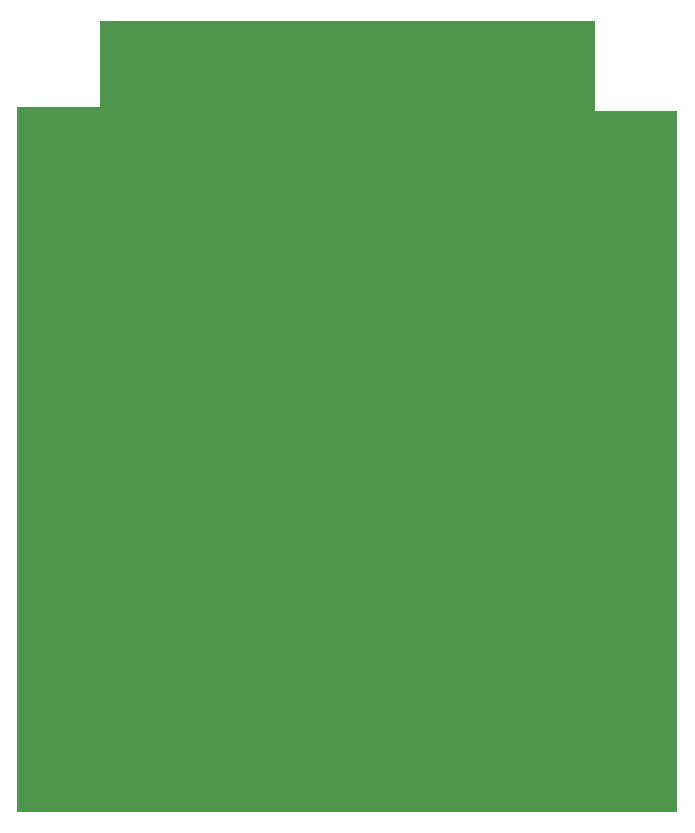
<source format=gbr>
G04 DipTrace 2.4.0.2*
%INBoard.gbr*%
%MOIN*%
%ADD11C,0.0055*%
%FSLAX44Y44*%
G04*
G70*
G90*
G75*
G01*
%LNBoardPoly*%
%LPD*%
G36*
X3940Y3940D2*
D11*
Y27445D1*
X6690D1*
Y30320D1*
X23190D1*
Y27320D1*
X25940D1*
Y3940D1*
X3940D1*
G37*
M02*

</source>
